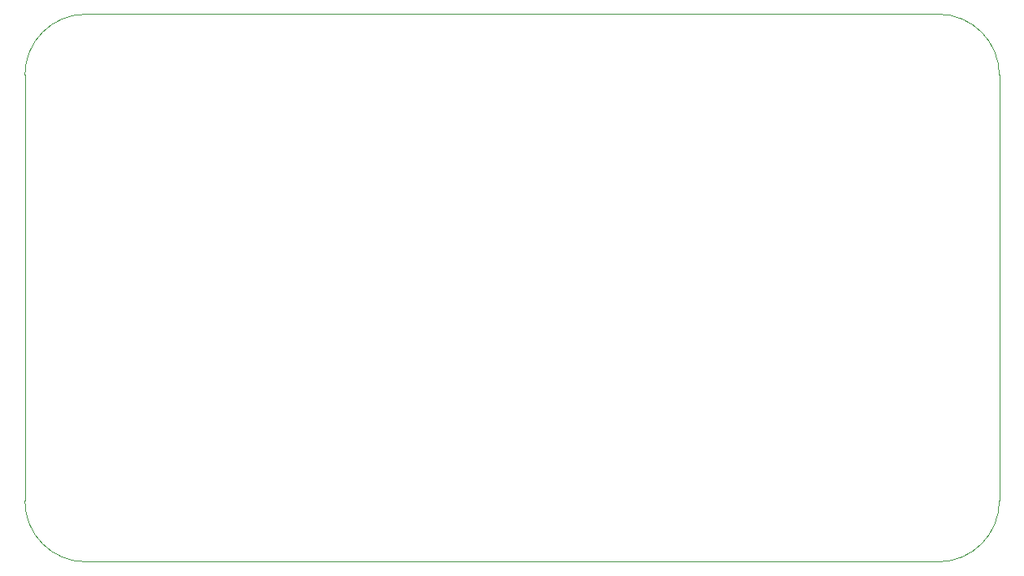
<source format=gbr>
%TF.GenerationSoftware,KiCad,Pcbnew,8.0.1-rc1*%
%TF.CreationDate,2024-04-25T22:15:10-05:00*%
%TF.ProjectId,USB-HUB,5553422d-4855-4422-9e6b-696361645f70,rev?*%
%TF.SameCoordinates,PXa983cd0PYa38e500*%
%TF.FileFunction,Profile,NP*%
%FSLAX46Y46*%
G04 Gerber Fmt 4.6, Leading zero omitted, Abs format (unit mm)*
G04 Created by KiCad (PCBNEW 8.0.1-rc1) date 2024-04-25 22:15:10*
%MOMM*%
%LPD*%
G01*
G04 APERTURE LIST*
%TA.AperFunction,Profile*%
%ADD10C,0.100000*%
%TD*%
G04 APERTURE END LIST*
D10*
X101650800Y6400800D02*
G75*
G02*
X95300800Y50800I-6350000J0D01*
G01*
X95300800Y50800D02*
X6400800Y50800D01*
X6400800Y57200800D02*
X95300800Y57200800D01*
X101650800Y50850800D02*
X101650800Y6400800D01*
X50800Y50850800D02*
G75*
G02*
X6400800Y57200800I6350000J0D01*
G01*
X50800Y6400800D02*
X50800Y50850800D01*
X95300800Y57200800D02*
G75*
G02*
X101650800Y50850800I0J-6350000D01*
G01*
X6400800Y50800D02*
G75*
G02*
X50800Y6400800I0J6350000D01*
G01*
M02*

</source>
